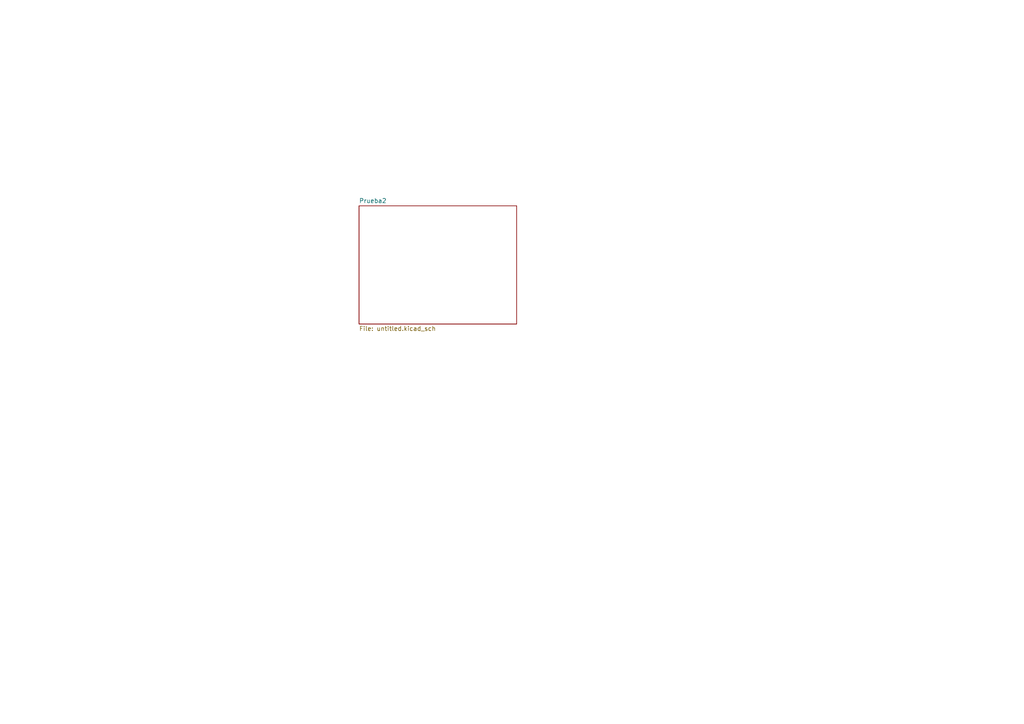
<source format=kicad_sch>
(kicad_sch (version 20230121) (generator eeschema)
  (paper "A4")
  (lib_symbols)
  (sheet (at 104.14 59.69) (size 45.72 34.29) (stroke (width 0.1524))
    (property "Sheetname" "Prueba2" (at 104.14 58.9784 0) (effects (justify left bottom)))
    (property "Sheetfile" "untitled.kicad_sch" (at 104.14 94.5646 0) (effects (justify left top)))
  )
)
</source>
